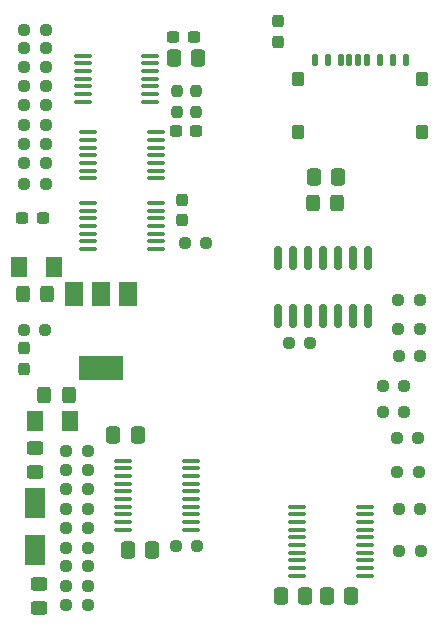
<source format=gbr>
%TF.GenerationSoftware,KiCad,Pcbnew,8.0.4-8.0.4-0~ubuntu22.04.1*%
%TF.CreationDate,2024-07-18T13:03:20-06:00*%
%TF.ProjectId,DB25_External,44423235-5f45-4787-9465-726e616c2e6b,rev?*%
%TF.SameCoordinates,Original*%
%TF.FileFunction,Paste,Top*%
%TF.FilePolarity,Positive*%
%FSLAX46Y46*%
G04 Gerber Fmt 4.6, Leading zero omitted, Abs format (unit mm)*
G04 Created by KiCad (PCBNEW 8.0.4-8.0.4-0~ubuntu22.04.1) date 2024-07-18 13:03:20*
%MOMM*%
%LPD*%
G01*
G04 APERTURE LIST*
G04 Aperture macros list*
%AMRoundRect*
0 Rectangle with rounded corners*
0 $1 Rounding radius*
0 $2 $3 $4 $5 $6 $7 $8 $9 X,Y pos of 4 corners*
0 Add a 4 corners polygon primitive as box body*
4,1,4,$2,$3,$4,$5,$6,$7,$8,$9,$2,$3,0*
0 Add four circle primitives for the rounded corners*
1,1,$1+$1,$2,$3*
1,1,$1+$1,$4,$5*
1,1,$1+$1,$6,$7*
1,1,$1+$1,$8,$9*
0 Add four rect primitives between the rounded corners*
20,1,$1+$1,$2,$3,$4,$5,0*
20,1,$1+$1,$4,$5,$6,$7,0*
20,1,$1+$1,$6,$7,$8,$9,0*
20,1,$1+$1,$8,$9,$2,$3,0*%
G04 Aperture macros list end*
%ADD10RoundRect,0.250001X0.462499X0.624999X-0.462499X0.624999X-0.462499X-0.624999X0.462499X-0.624999X0*%
%ADD11R,1.500000X2.000000*%
%ADD12R,3.800000X2.000000*%
%ADD13RoundRect,0.250000X0.325000X0.450000X-0.325000X0.450000X-0.325000X-0.450000X0.325000X-0.450000X0*%
%ADD14RoundRect,0.250000X0.450000X-0.325000X0.450000X0.325000X-0.450000X0.325000X-0.450000X-0.325000X0*%
%ADD15R,1.800000X2.500000*%
%ADD16RoundRect,0.237500X0.250000X0.237500X-0.250000X0.237500X-0.250000X-0.237500X0.250000X-0.237500X0*%
%ADD17RoundRect,0.237500X-0.250000X-0.237500X0.250000X-0.237500X0.250000X0.237500X-0.250000X0.237500X0*%
%ADD18RoundRect,0.237500X-0.237500X0.287500X-0.237500X-0.287500X0.237500X-0.287500X0.237500X0.287500X0*%
%ADD19RoundRect,0.250000X0.337500X0.475000X-0.337500X0.475000X-0.337500X-0.475000X0.337500X-0.475000X0*%
%ADD20RoundRect,0.237500X0.237500X-0.287500X0.237500X0.287500X-0.237500X0.287500X-0.237500X-0.287500X0*%
%ADD21RoundRect,0.100000X0.637500X0.100000X-0.637500X0.100000X-0.637500X-0.100000X0.637500X-0.100000X0*%
%ADD22RoundRect,0.250000X-0.337500X-0.475000X0.337500X-0.475000X0.337500X0.475000X-0.337500X0.475000X0*%
%ADD23RoundRect,0.125000X-0.125000X-0.415000X0.125000X-0.415000X0.125000X0.415000X-0.125000X0.415000X0*%
%ADD24RoundRect,0.262500X-0.262500X-0.337500X0.262500X-0.337500X0.262500X0.337500X-0.262500X0.337500X0*%
%ADD25RoundRect,0.150000X0.150000X-0.825000X0.150000X0.825000X-0.150000X0.825000X-0.150000X-0.825000X0*%
%ADD26RoundRect,0.237500X0.300000X0.237500X-0.300000X0.237500X-0.300000X-0.237500X0.300000X-0.237500X0*%
%ADD27RoundRect,0.100000X-0.637500X-0.100000X0.637500X-0.100000X0.637500X0.100000X-0.637500X0.100000X0*%
%ADD28RoundRect,0.250000X-0.450000X0.325000X-0.450000X-0.325000X0.450000X-0.325000X0.450000X0.325000X0*%
%ADD29RoundRect,0.237500X0.237500X-0.300000X0.237500X0.300000X-0.237500X0.300000X-0.237500X-0.300000X0*%
%ADD30RoundRect,0.237500X0.237500X-0.250000X0.237500X0.250000X-0.237500X0.250000X-0.237500X-0.250000X0*%
%ADD31RoundRect,0.237500X-0.237500X0.250000X-0.237500X-0.250000X0.237500X-0.250000X0.237500X0.250000X0*%
G04 APERTURE END LIST*
D10*
%TO.C,C3*%
X113357500Y-95990000D03*
X110382500Y-95990000D03*
%TD*%
%TO.C,C4*%
X114688400Y-109042200D03*
X111713400Y-109042200D03*
%TD*%
D11*
%TO.C,U3*%
X119622600Y-98247200D03*
X117322600Y-98247200D03*
D12*
X117322600Y-104547200D03*
D11*
X115022600Y-98247200D03*
%TD*%
D13*
%TO.C,C2*%
X112801400Y-98247200D03*
X110751400Y-98247200D03*
%TD*%
%TO.C,C5*%
X114588400Y-106857800D03*
X112538400Y-106857800D03*
%TD*%
D14*
%TO.C,C6*%
X111709200Y-113327400D03*
X111709200Y-111277400D03*
%TD*%
D13*
%TO.C,C12*%
X137352760Y-90533600D03*
X135302760Y-90533600D03*
%TD*%
D15*
%TO.C,D1*%
X111760000Y-119951000D03*
X111760000Y-115951000D03*
%TD*%
D16*
%TO.C,R18*%
X144222500Y-113320000D03*
X142397500Y-113320000D03*
%TD*%
D17*
%TO.C,R39*%
X114405400Y-119748800D03*
X116230400Y-119748800D03*
%TD*%
%TO.C,R4*%
X110843700Y-82270600D03*
X112668700Y-82270600D03*
%TD*%
%TO.C,R33*%
X114405400Y-114821200D03*
X116230400Y-114821200D03*
%TD*%
%TO.C,R36*%
X114405400Y-124600200D03*
X116230400Y-124600200D03*
%TD*%
D16*
%TO.C,R56*%
X112623600Y-101295200D03*
X110798600Y-101295200D03*
%TD*%
D18*
%TO.C,D2*%
X132310000Y-75180000D03*
X132310000Y-76930000D03*
%TD*%
D17*
%TO.C,R5*%
X110843700Y-85598000D03*
X112668700Y-85598000D03*
%TD*%
%TO.C,R35*%
X114405400Y-111570000D03*
X116230400Y-111570000D03*
%TD*%
%TO.C,R1*%
X114405400Y-116497600D03*
X116230400Y-116497600D03*
%TD*%
D19*
%TO.C,C8*%
X134640000Y-123840000D03*
X132565000Y-123840000D03*
%TD*%
D17*
%TO.C,R38*%
X114405400Y-121323600D03*
X116230400Y-121323600D03*
%TD*%
%TO.C,R9*%
X110820200Y-79044800D03*
X112645200Y-79044800D03*
%TD*%
D20*
%TO.C,D3*%
X110794800Y-104634000D03*
X110794800Y-102884000D03*
%TD*%
D17*
%TO.C,R40*%
X114405400Y-118072400D03*
X116230400Y-118072400D03*
%TD*%
D21*
%TO.C,U4*%
X139692500Y-122135000D03*
X139692500Y-121485000D03*
X139692500Y-120835000D03*
X139692500Y-120185000D03*
X139692500Y-119535000D03*
X139692500Y-118885000D03*
X139692500Y-118235000D03*
X139692500Y-117585000D03*
X139692500Y-116935000D03*
X139692500Y-116285000D03*
X133967500Y-116285000D03*
X133967500Y-116935000D03*
X133967500Y-117585000D03*
X133967500Y-118235000D03*
X133967500Y-118885000D03*
X133967500Y-119535000D03*
X133967500Y-120185000D03*
X133967500Y-120835000D03*
X133967500Y-121485000D03*
X133967500Y-122135000D03*
%TD*%
D16*
%TO.C,R13*%
X144340000Y-101230000D03*
X142515000Y-101230000D03*
%TD*%
%TO.C,R19*%
X144370000Y-116450000D03*
X142545000Y-116450000D03*
%TD*%
D22*
%TO.C,C15*%
X118372500Y-110210000D03*
X120447500Y-110210000D03*
%TD*%
D16*
%TO.C,R14*%
X144380000Y-103550000D03*
X142555000Y-103550000D03*
%TD*%
D17*
%TO.C,R11*%
X133217500Y-102450000D03*
X135042500Y-102450000D03*
%TD*%
%TO.C,R3*%
X110845600Y-83947000D03*
X112670600Y-83947000D03*
%TD*%
%TO.C,R7*%
X110816400Y-75895200D03*
X112641400Y-75895200D03*
%TD*%
D22*
%TO.C,C16*%
X123512500Y-78250000D03*
X125587500Y-78250000D03*
%TD*%
D17*
%TO.C,R8*%
X110820200Y-77470000D03*
X112645200Y-77470000D03*
%TD*%
%TO.C,R2*%
X110818300Y-88925400D03*
X112643300Y-88925400D03*
%TD*%
D23*
%TO.C,SD2*%
X135425000Y-78460000D03*
X136525000Y-78460000D03*
X137625000Y-78460000D03*
X138375000Y-78460000D03*
X139075000Y-78460000D03*
X139825000Y-78460000D03*
X140925000Y-78460000D03*
X142025000Y-78460000D03*
X143125000Y-78460000D03*
D24*
X134050000Y-80100000D03*
X134050000Y-84550000D03*
X144500000Y-80100000D03*
X144500000Y-84550000D03*
%TD*%
D16*
%TO.C,R16*%
X143027400Y-108280200D03*
X141202400Y-108280200D03*
%TD*%
D25*
%TO.C,U1*%
X132300000Y-100140000D03*
X133570000Y-100140000D03*
X134840000Y-100140000D03*
X136110000Y-100140000D03*
X137380000Y-100140000D03*
X138650000Y-100140000D03*
X139920000Y-100140000D03*
X139920000Y-95190000D03*
X138650000Y-95190000D03*
X137380000Y-95190000D03*
X136110000Y-95190000D03*
X134840000Y-95190000D03*
X133570000Y-95190000D03*
X132300000Y-95190000D03*
%TD*%
D16*
%TO.C,R17*%
X144195800Y-110490000D03*
X142370800Y-110490000D03*
%TD*%
D22*
%TO.C,C10*%
X136460000Y-123850000D03*
X138535000Y-123850000D03*
%TD*%
D26*
%TO.C,C13*%
X125415000Y-84466850D03*
X123690000Y-84466850D03*
%TD*%
D17*
%TO.C,R10*%
X110843700Y-87198200D03*
X112668700Y-87198200D03*
%TD*%
%TO.C,R34*%
X114405400Y-113144800D03*
X116230400Y-113144800D03*
%TD*%
D27*
%TO.C,U7*%
X115795050Y-78080000D03*
X115795050Y-78730000D03*
X115795050Y-79380000D03*
X115795050Y-80030000D03*
X115795050Y-80680000D03*
X115795050Y-81330000D03*
X115795050Y-81980000D03*
X121520050Y-81980000D03*
X121520050Y-81330000D03*
X121520050Y-80680000D03*
X121520050Y-80030000D03*
X121520050Y-79380000D03*
X121520050Y-78730000D03*
X121520050Y-78080000D03*
%TD*%
D17*
%TO.C,R37*%
X114405400Y-122974600D03*
X116230400Y-122974600D03*
%TD*%
D28*
%TO.C,F2*%
X112115600Y-122825400D03*
X112115600Y-124875400D03*
%TD*%
D19*
%TO.C,C1*%
X137417500Y-88400000D03*
X135342500Y-88400000D03*
%TD*%
D16*
%TO.C,R15*%
X143027400Y-106045000D03*
X141202400Y-106045000D03*
%TD*%
D26*
%TO.C,C7*%
X112393900Y-91821000D03*
X110668900Y-91821000D03*
%TD*%
D17*
%TO.C,R23*%
X124425000Y-93990000D03*
X126250000Y-93990000D03*
%TD*%
D16*
%TO.C,R25*%
X125475000Y-119640000D03*
X123650000Y-119640000D03*
%TD*%
D27*
%TO.C,U5*%
X116259700Y-90560000D03*
X116259700Y-91210000D03*
X116259700Y-91860000D03*
X116259700Y-92510000D03*
X116259700Y-93160000D03*
X116259700Y-93810000D03*
X116259700Y-94460000D03*
X121984700Y-94460000D03*
X121984700Y-93810000D03*
X121984700Y-93160000D03*
X121984700Y-92510000D03*
X121984700Y-91860000D03*
X121984700Y-91210000D03*
X121984700Y-90560000D03*
%TD*%
D21*
%TO.C,U9*%
X124932500Y-118235000D03*
X124932500Y-117585000D03*
X124932500Y-116935000D03*
X124932500Y-116285000D03*
X124932500Y-115635000D03*
X124932500Y-114985000D03*
X124932500Y-114335000D03*
X124932500Y-113685000D03*
X124932500Y-113035000D03*
X124932500Y-112385000D03*
X119207500Y-112385000D03*
X119207500Y-113035000D03*
X119207500Y-113685000D03*
X119207500Y-114335000D03*
X119207500Y-114985000D03*
X119207500Y-115635000D03*
X119207500Y-116285000D03*
X119207500Y-116935000D03*
X119207500Y-117585000D03*
X119207500Y-118235000D03*
%TD*%
D27*
%TO.C,U6*%
X116262878Y-84580000D03*
X116262878Y-85230000D03*
X116262878Y-85880000D03*
X116262878Y-86530000D03*
X116262878Y-87180000D03*
X116262878Y-87830000D03*
X116262878Y-88480000D03*
X121987878Y-88480000D03*
X121987878Y-87830000D03*
X121987878Y-87180000D03*
X121987878Y-86530000D03*
X121987878Y-85880000D03*
X121987878Y-85230000D03*
X121987878Y-84580000D03*
%TD*%
D17*
%TO.C,R6*%
X110843700Y-80670400D03*
X112668700Y-80670400D03*
%TD*%
D22*
%TO.C,C11*%
X119609500Y-119944800D03*
X121684500Y-119944800D03*
%TD*%
D29*
%TO.C,C14*%
X124190000Y-92035000D03*
X124190000Y-90310000D03*
%TD*%
D30*
%TO.C,R29*%
X125410084Y-82890084D03*
X125410084Y-81065084D03*
%TD*%
D26*
%TO.C,C9*%
X125172500Y-76480000D03*
X123447500Y-76480000D03*
%TD*%
D16*
%TO.C,R12*%
X144340000Y-98780600D03*
X142515000Y-98780600D03*
%TD*%
%TO.C,R42*%
X144422500Y-119990000D03*
X142597500Y-119990000D03*
%TD*%
D31*
%TO.C,R28*%
X123806084Y-81063184D03*
X123806084Y-82888184D03*
%TD*%
M02*

</source>
